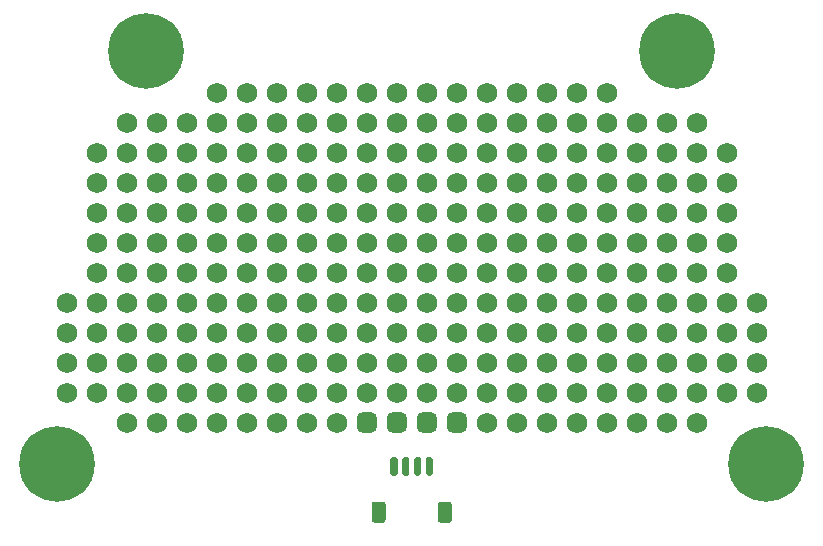
<source format=gts>
G04 #@! TF.GenerationSoftware,KiCad,Pcbnew,(6.0.5-0)*
G04 #@! TF.CreationDate,2022-07-08T12:27:37+02:00*
G04 #@! TF.ProjectId,add-on-template,6164642d-6f6e-42d7-9465-6d706c617465,1.0*
G04 #@! TF.SameCoordinates,PX3938700PY2aea540*
G04 #@! TF.FileFunction,Soldermask,Top*
G04 #@! TF.FilePolarity,Negative*
%FSLAX46Y46*%
G04 Gerber Fmt 4.6, Leading zero omitted, Abs format (unit mm)*
G04 Created by KiCad (PCBNEW (6.0.5-0)) date 2022-07-08 12:27:37*
%MOMM*%
%LPD*%
G01*
G04 APERTURE LIST*
%ADD10C,1.727200*%
%ADD11C,0.800000*%
%ADD12C,6.400000*%
G04 APERTURE END LIST*
D10*
G04 #@! TO.C,REF\u002A\u002A*
X8330000Y-31390000D03*
G04 #@! TD*
G04 #@! TO.C,REF\u002A\u002A*
X21030000Y-18690000D03*
G04 #@! TD*
G04 #@! TO.C,REF\u002A\u002A*
X48970000Y-33930000D03*
G04 #@! TD*
G04 #@! TO.C,REF\u002A\u002A*
X10870000Y-28850000D03*
G04 #@! TD*
G04 #@! TO.C,REF\u002A\u002A*
X59130000Y-21230000D03*
G04 #@! TD*
G04 #@! TO.C,REF\u002A\u002A*
X26110000Y-31390000D03*
G04 #@! TD*
G04 #@! TO.C,REF\u002A\u002A*
X38810000Y-21230000D03*
G04 #@! TD*
G04 #@! TO.C,REF\u002A\u002A*
X36270000Y-33930000D03*
G04 #@! TD*
G04 #@! TO.C,REF\u002A\u002A*
X56590000Y-21230000D03*
G04 #@! TD*
G04 #@! TO.C,REF\u002A\u002A*
X41350000Y-21230000D03*
G04 #@! TD*
G04 #@! TO.C,REF\u002A\u002A*
X48970000Y-26310000D03*
G04 #@! TD*
G04 #@! TO.C,REF\u002A\u002A*
X38810000Y-13610000D03*
G04 #@! TD*
G04 #@! TO.C,REF\u002A\u002A*
X28650000Y-36470000D03*
G04 #@! TD*
G04 #@! TO.C,REF\u002A\u002A*
X54050000Y-13610000D03*
G04 #@! TD*
G04 #@! TO.C,REF\u002A\u002A*
X61670000Y-28850000D03*
G04 #@! TD*
G04 #@! TO.C,REF\u002A\u002A*
X28650000Y-28850000D03*
G04 #@! TD*
G04 #@! TO.C,REF\u002A\u002A*
X31190000Y-16150000D03*
G04 #@! TD*
G04 #@! TO.C,REF\u002A\u002A*
X23570000Y-8530000D03*
G04 #@! TD*
G04 #@! TO.C,REF\u002A\u002A*
X36270000Y-16150000D03*
G04 #@! TD*
G04 #@! TO.C,REF\u002A\u002A*
X23570000Y-36470000D03*
G04 #@! TD*
G04 #@! TO.C,REF\u002A\u002A*
X13410000Y-11070000D03*
G04 #@! TD*
G04 #@! TO.C,REF\u002A\u002A*
X28650000Y-23770000D03*
G04 #@! TD*
G04 #@! TO.C,REF\u002A\u002A*
X18490000Y-16150000D03*
G04 #@! TD*
G04 #@! TO.C,REF\u002A\u002A*
X41350000Y-28850000D03*
G04 #@! TD*
G04 #@! TO.C,REF\u002A\u002A*
X38810000Y-33930000D03*
G04 #@! TD*
G04 #@! TO.C,REF\u002A\u002A*
X31190000Y-23770000D03*
G04 #@! TD*
G04 #@! TO.C,REF\u002A\u002A*
X31190000Y-28850000D03*
G04 #@! TD*
G04 #@! TO.C,REF\u002A\u002A*
X38810000Y-8530000D03*
G04 #@! TD*
G04 #@! TO.C,REF\u002A\u002A*
X46430000Y-31390000D03*
G04 #@! TD*
G04 #@! TO.C,REF\u002A\u002A*
X48970000Y-36470000D03*
G04 #@! TD*
G04 #@! TO.C,REF\u002A\u002A*
X51510000Y-11070000D03*
G04 #@! TD*
G04 #@! TO.C,REF\u002A\u002A*
X31190000Y-8530000D03*
G04 #@! TD*
D11*
G04 #@! TO.C,REF\u002A\u002A*
X65000000Y-42400000D03*
X62600000Y-40000000D03*
X63302944Y-41697056D03*
D12*
X65000000Y-40000000D03*
D11*
X65000000Y-37600000D03*
X67400000Y-40000000D03*
X66697056Y-41697056D03*
X66697056Y-38302944D03*
X63302944Y-38302944D03*
G04 #@! TD*
D10*
G04 #@! TO.C,REF\u002A\u002A*
X33730000Y-21230000D03*
G04 #@! TD*
G04 #@! TO.C,REF\u002A\u002A*
X33730000Y-13610000D03*
G04 #@! TD*
G04 #@! TO.C,REF\u002A\u002A*
X64210000Y-31390000D03*
G04 #@! TD*
G04 #@! TO.C,REF\u002A\u002A*
X61670000Y-23770000D03*
G04 #@! TD*
G04 #@! TO.C,REF\u002A\u002A*
X56590000Y-18690000D03*
G04 #@! TD*
G04 #@! TO.C,REF\u002A\u002A*
X18490000Y-31390000D03*
G04 #@! TD*
G04 #@! TO.C,REF\u002A\u002A*
X18490000Y-23770000D03*
G04 #@! TD*
G04 #@! TO.C,J2*
G36*
G01*
X31615000Y-37320000D02*
X30765000Y-37320000D01*
G75*
G02*
X30340000Y-36895000I0J425000D01*
G01*
X30340000Y-36045000D01*
G75*
G02*
X30765000Y-35620000I425000J0D01*
G01*
X31615000Y-35620000D01*
G75*
G02*
X32040000Y-36045000I0J-425000D01*
G01*
X32040000Y-36895000D01*
G75*
G02*
X31615000Y-37320000I-425000J0D01*
G01*
G37*
G36*
G01*
X34155000Y-37320000D02*
X33305000Y-37320000D01*
G75*
G02*
X32880000Y-36895000I0J425000D01*
G01*
X32880000Y-36045000D01*
G75*
G02*
X33305000Y-35620000I425000J0D01*
G01*
X34155000Y-35620000D01*
G75*
G02*
X34580000Y-36045000I0J-425000D01*
G01*
X34580000Y-36895000D01*
G75*
G02*
X34155000Y-37320000I-425000J0D01*
G01*
G37*
G36*
G01*
X36695000Y-37320000D02*
X35845000Y-37320000D01*
G75*
G02*
X35420000Y-36895000I0J425000D01*
G01*
X35420000Y-36045000D01*
G75*
G02*
X35845000Y-35620000I425000J0D01*
G01*
X36695000Y-35620000D01*
G75*
G02*
X37120000Y-36045000I0J-425000D01*
G01*
X37120000Y-36895000D01*
G75*
G02*
X36695000Y-37320000I-425000J0D01*
G01*
G37*
G36*
G01*
X39235000Y-37320000D02*
X38385000Y-37320000D01*
G75*
G02*
X37960000Y-36895000I0J425000D01*
G01*
X37960000Y-36045000D01*
G75*
G02*
X38385000Y-35620000I425000J0D01*
G01*
X39235000Y-35620000D01*
G75*
G02*
X39660000Y-36045000I0J-425000D01*
G01*
X39660000Y-36895000D01*
G75*
G02*
X39235000Y-37320000I-425000J0D01*
G01*
G37*
G04 #@! TD*
G04 #@! TO.C,REF\u002A\u002A*
X8330000Y-33930000D03*
G04 #@! TD*
G04 #@! TO.C,REF\u002A\u002A*
X38810000Y-11070000D03*
G04 #@! TD*
G04 #@! TO.C,REF\u002A\u002A*
X23570000Y-26310000D03*
G04 #@! TD*
G04 #@! TO.C,REF\u002A\u002A*
X8330000Y-21230000D03*
G04 #@! TD*
G04 #@! TO.C,REF\u002A\u002A*
X26110000Y-8530000D03*
G04 #@! TD*
G04 #@! TO.C,REF\u002A\u002A*
X64210000Y-26310000D03*
G04 #@! TD*
G04 #@! TO.C,REF\u002A\u002A*
X43890000Y-23770000D03*
G04 #@! TD*
G04 #@! TO.C,REF\u002A\u002A*
X38810000Y-28850000D03*
G04 #@! TD*
G04 #@! TO.C,REF\u002A\u002A*
X36270000Y-13610000D03*
G04 #@! TD*
G04 #@! TO.C,REF\u002A\u002A*
X28650000Y-33930000D03*
G04 #@! TD*
G04 #@! TO.C,REF\u002A\u002A*
X31190000Y-31390000D03*
G04 #@! TD*
G04 #@! TO.C,REF\u002A\u002A*
X51510000Y-13610000D03*
G04 #@! TD*
G04 #@! TO.C,REF\u002A\u002A*
X38810000Y-18690000D03*
G04 #@! TD*
G04 #@! TO.C,REF\u002A\u002A*
X21030000Y-26310000D03*
G04 #@! TD*
G04 #@! TO.C,REF\u002A\u002A*
X10870000Y-16150000D03*
G04 #@! TD*
G04 #@! TO.C,REF\u002A\u002A*
X23570000Y-31390000D03*
G04 #@! TD*
G04 #@! TO.C,REF\u002A\u002A*
X48970000Y-13610000D03*
G04 #@! TD*
G04 #@! TO.C,REF\u002A\u002A*
X15950000Y-11070000D03*
G04 #@! TD*
G04 #@! TO.C,REF\u002A\u002A*
X56590000Y-23770000D03*
G04 #@! TD*
G04 #@! TO.C,REF\u002A\u002A*
X43890000Y-18690000D03*
G04 #@! TD*
G04 #@! TO.C,REF\u002A\u002A*
X18490000Y-13610000D03*
G04 #@! TD*
G04 #@! TO.C,REF\u002A\u002A*
X28650000Y-26310000D03*
G04 #@! TD*
G04 #@! TO.C,REF\u002A\u002A*
X61670000Y-26310000D03*
G04 #@! TD*
G04 #@! TO.C,REF\u002A\u002A*
X41350000Y-31390000D03*
G04 #@! TD*
G04 #@! TO.C,REF\u002A\u002A*
X61670000Y-18690000D03*
G04 #@! TD*
G04 #@! TO.C,REF\u002A\u002A*
X33730000Y-31390000D03*
G04 #@! TD*
G04 #@! TO.C,REF\u002A\u002A*
X56590000Y-13610000D03*
G04 #@! TD*
G04 #@! TO.C,REF\u002A\u002A*
X54050000Y-23770000D03*
G04 #@! TD*
G04 #@! TO.C,REF\u002A\u002A*
X33730000Y-11070000D03*
G04 #@! TD*
G04 #@! TO.C,REF\u002A\u002A*
X5790000Y-31390000D03*
G04 #@! TD*
G04 #@! TO.C,REF\u002A\u002A*
X8330000Y-16150000D03*
G04 #@! TD*
G04 #@! TO.C,REF\u002A\u002A*
X41350000Y-11070000D03*
G04 #@! TD*
G04 #@! TO.C,REF\u002A\u002A*
X13410000Y-18690000D03*
G04 #@! TD*
G04 #@! TO.C,REF\u002A\u002A*
X61670000Y-16150000D03*
G04 #@! TD*
G04 #@! TO.C,REF\u002A\u002A*
X31190000Y-33930000D03*
G04 #@! TD*
G04 #@! TO.C,REF\u002A\u002A*
X13410000Y-31390000D03*
G04 #@! TD*
G04 #@! TO.C,REF\u002A\u002A*
X51510000Y-21230000D03*
G04 #@! TD*
G04 #@! TO.C,REF\u002A\u002A*
X51510000Y-31390000D03*
G04 #@! TD*
G04 #@! TO.C,REF\u002A\u002A*
X21030000Y-21230000D03*
G04 #@! TD*
G04 #@! TO.C,REF\u002A\u002A*
X51510000Y-8530000D03*
G04 #@! TD*
G04 #@! TO.C,REF\u002A\u002A*
X51510000Y-16150000D03*
G04 #@! TD*
G04 #@! TO.C,REF\u002A\u002A*
X15950000Y-31390000D03*
G04 #@! TD*
G04 #@! TO.C,REF\u002A\u002A*
X18490000Y-18690000D03*
G04 #@! TD*
G04 #@! TO.C,REF\u002A\u002A*
X28650000Y-16150000D03*
G04 #@! TD*
G04 #@! TO.C,REF\u002A\u002A*
X23570000Y-16150000D03*
G04 #@! TD*
G04 #@! TO.C,REF\u002A\u002A*
X51510000Y-36470000D03*
G04 #@! TD*
G04 #@! TO.C,REF\u002A\u002A*
X10870000Y-11070000D03*
G04 #@! TD*
G04 #@! TO.C,REF\u002A\u002A*
X46430000Y-16150000D03*
G04 #@! TD*
G04 #@! TO.C,REF\u002A\u002A*
X38810000Y-16150000D03*
G04 #@! TD*
G04 #@! TO.C,REF\u002A\u002A*
X48970000Y-18690000D03*
G04 #@! TD*
G04 #@! TO.C,REF\u002A\u002A*
X43890000Y-26310000D03*
G04 #@! TD*
G04 #@! TO.C,REF\u002A\u002A*
X33730000Y-18690000D03*
G04 #@! TD*
G04 #@! TO.C,REF\u002A\u002A*
X46430000Y-8530000D03*
G04 #@! TD*
G04 #@! TO.C,REF\u002A\u002A*
X15950000Y-18690000D03*
G04 #@! TD*
D11*
G04 #@! TO.C,REF\u002A\u002A*
X59197056Y-3302944D03*
X59900000Y-5000000D03*
X55802944Y-3302944D03*
X57500000Y-7400000D03*
X57500000Y-2600000D03*
D12*
X57500000Y-5000000D03*
D11*
X55100000Y-5000000D03*
X59197056Y-6697056D03*
X55802944Y-6697056D03*
G04 #@! TD*
D10*
G04 #@! TO.C,REF\u002A\u002A*
X56590000Y-36470000D03*
G04 #@! TD*
G04 #@! TO.C,REF\u002A\u002A*
X33730000Y-8530000D03*
G04 #@! TD*
G04 #@! TO.C,REF\u002A\u002A*
X5790000Y-33930000D03*
G04 #@! TD*
G04 #@! TO.C,REF\u002A\u002A*
X36270000Y-31390000D03*
G04 #@! TD*
G04 #@! TO.C,REF\u002A\u002A*
X28650000Y-8530000D03*
G04 #@! TD*
G04 #@! TO.C,REF\u002A\u002A*
X48970000Y-28850000D03*
G04 #@! TD*
G04 #@! TO.C,REF\u002A\u002A*
X43890000Y-8530000D03*
G04 #@! TD*
G04 #@! TO.C,REF\u002A\u002A*
X54050000Y-21230000D03*
G04 #@! TD*
G04 #@! TO.C,REF\u002A\u002A*
X43890000Y-21230000D03*
G04 #@! TD*
G04 #@! TO.C,REF\u002A\u002A*
X48970000Y-8530000D03*
G04 #@! TD*
G04 #@! TO.C,REF\u002A\u002A*
X41350000Y-13610000D03*
G04 #@! TD*
G04 #@! TO.C,REF\u002A\u002A*
X43890000Y-31390000D03*
G04 #@! TD*
G04 #@! TO.C,REF\u002A\u002A*
X64210000Y-33930000D03*
G04 #@! TD*
G04 #@! TO.C,REF\u002A\u002A*
X54050000Y-18690000D03*
G04 #@! TD*
G04 #@! TO.C,REF\u002A\u002A*
X21030000Y-23770000D03*
G04 #@! TD*
G04 #@! TO.C,REF\u002A\u002A*
X21030000Y-31390000D03*
G04 #@! TD*
G04 #@! TO.C,REF\u002A\u002A*
X41350000Y-23770000D03*
G04 #@! TD*
G04 #@! TO.C,REF\u002A\u002A*
X33730000Y-28850000D03*
G04 #@! TD*
G04 #@! TO.C,REF\u002A\u002A*
X54050000Y-11070000D03*
G04 #@! TD*
G04 #@! TO.C,REF\u002A\u002A*
X28650000Y-18690000D03*
G04 #@! TD*
G04 #@! TO.C,REF\u002A\u002A*
X15950000Y-36470000D03*
G04 #@! TD*
G04 #@! TO.C,REF\u002A\u002A*
X10870000Y-33930000D03*
G04 #@! TD*
G04 #@! TO.C,REF\u002A\u002A*
X46430000Y-26310000D03*
G04 #@! TD*
G04 #@! TO.C,REF\u002A\u002A*
X61670000Y-33930000D03*
G04 #@! TD*
G04 #@! TO.C,REF\u002A\u002A*
X51510000Y-33930000D03*
G04 #@! TD*
G04 #@! TO.C,REF\u002A\u002A*
X8330000Y-26310000D03*
G04 #@! TD*
G04 #@! TO.C,REF\u002A\u002A*
X26110000Y-26310000D03*
G04 #@! TD*
G04 #@! TO.C,REF\u002A\u002A*
X8330000Y-23770000D03*
G04 #@! TD*
G04 #@! TO.C,REF\u002A\u002A*
X48970000Y-31390000D03*
G04 #@! TD*
G04 #@! TO.C,REF\u002A\u002A*
X41350000Y-8530000D03*
G04 #@! TD*
G04 #@! TO.C,REF\u002A\u002A*
X41350000Y-18690000D03*
G04 #@! TD*
G04 #@! TO.C,REF\u002A\u002A*
X26110000Y-33930000D03*
G04 #@! TD*
G04 #@! TO.C,REF\u002A\u002A*
X15950000Y-21230000D03*
G04 #@! TD*
G04 #@! TO.C,REF\u002A\u002A*
X48970000Y-16150000D03*
G04 #@! TD*
G04 #@! TO.C,REF\u002A\u002A*
X59130000Y-28850000D03*
G04 #@! TD*
G04 #@! TO.C,REF\u002A\u002A*
X13410000Y-28850000D03*
G04 #@! TD*
G04 #@! TO.C,REF\u002A\u002A*
X31190000Y-18690000D03*
G04 #@! TD*
G04 #@! TO.C,REF\u002A\u002A*
X48970000Y-23770000D03*
G04 #@! TD*
G04 #@! TO.C,REF\u002A\u002A*
X41350000Y-16150000D03*
G04 #@! TD*
G04 #@! TO.C,REF\u002A\u002A*
X46430000Y-28850000D03*
G04 #@! TD*
G04 #@! TO.C,REF\u002A\u002A*
X10870000Y-31390000D03*
G04 #@! TD*
G04 #@! TO.C,REF\u002A\u002A*
X46430000Y-33930000D03*
G04 #@! TD*
G04 #@! TO.C,REF\u002A\u002A*
X26110000Y-36470000D03*
G04 #@! TD*
G04 #@! TO.C,REF\u002A\u002A*
X18490000Y-26310000D03*
G04 #@! TD*
G04 #@! TO.C,REF\u002A\u002A*
X41350000Y-33930000D03*
G04 #@! TD*
G04 #@! TO.C,REF\u002A\u002A*
X54050000Y-33930000D03*
G04 #@! TD*
G04 #@! TO.C,REF\u002A\u002A*
X15950000Y-23770000D03*
G04 #@! TD*
G04 #@! TO.C,REF\u002A\u002A*
X46430000Y-18690000D03*
G04 #@! TD*
G04 #@! TO.C,REF\u002A\u002A*
X38810000Y-23770000D03*
G04 #@! TD*
G04 #@! TO.C,REF\u002A\u002A*
X26110000Y-21230000D03*
G04 #@! TD*
G04 #@! TO.C,REF\u002A\u002A*
X36270000Y-18690000D03*
G04 #@! TD*
D11*
G04 #@! TO.C,REF\u002A\u002A*
X5000000Y-42400000D03*
X3302944Y-41697056D03*
X7400000Y-40000000D03*
X6697056Y-41697056D03*
X3302944Y-38302944D03*
D12*
X5000000Y-40000000D03*
D11*
X2600000Y-40000000D03*
X6697056Y-38302944D03*
X5000000Y-37600000D03*
G04 #@! TD*
G04 #@! TO.C,REF\u002A\u002A*
X12500000Y-7400000D03*
X14197056Y-3302944D03*
X10100000Y-5000000D03*
X10802944Y-3302944D03*
X14900000Y-5000000D03*
D12*
X12500000Y-5000000D03*
D11*
X14197056Y-6697056D03*
X10802944Y-6697056D03*
X12500000Y-2600000D03*
G04 #@! TD*
D10*
G04 #@! TO.C,REF\u002A\u002A*
X59130000Y-33930000D03*
G04 #@! TD*
G04 #@! TO.C,J1*
G36*
G01*
X33200000Y-40810000D02*
X33200000Y-39560000D01*
G75*
G02*
X33350000Y-39410000I150000J0D01*
G01*
X33650000Y-39410000D01*
G75*
G02*
X33800000Y-39560000I0J-150000D01*
G01*
X33800000Y-40810000D01*
G75*
G02*
X33650000Y-40960000I-150000J0D01*
G01*
X33350000Y-40960000D01*
G75*
G02*
X33200000Y-40810000I0J150000D01*
G01*
G37*
G36*
G01*
X34200000Y-40810000D02*
X34200000Y-39560000D01*
G75*
G02*
X34350000Y-39410000I150000J0D01*
G01*
X34650000Y-39410000D01*
G75*
G02*
X34800000Y-39560000I0J-150000D01*
G01*
X34800000Y-40810000D01*
G75*
G02*
X34650000Y-40960000I-150000J0D01*
G01*
X34350000Y-40960000D01*
G75*
G02*
X34200000Y-40810000I0J150000D01*
G01*
G37*
G36*
G01*
X35200000Y-40810000D02*
X35200000Y-39560000D01*
G75*
G02*
X35350000Y-39410000I150000J0D01*
G01*
X35650000Y-39410000D01*
G75*
G02*
X35800000Y-39560000I0J-150000D01*
G01*
X35800000Y-40810000D01*
G75*
G02*
X35650000Y-40960000I-150000J0D01*
G01*
X35350000Y-40960000D01*
G75*
G02*
X35200000Y-40810000I0J150000D01*
G01*
G37*
G36*
G01*
X36200000Y-40810000D02*
X36200000Y-39560000D01*
G75*
G02*
X36350000Y-39410000I150000J0D01*
G01*
X36650000Y-39410000D01*
G75*
G02*
X36800000Y-39560000I0J-150000D01*
G01*
X36800000Y-40810000D01*
G75*
G02*
X36650000Y-40960000I-150000J0D01*
G01*
X36350000Y-40960000D01*
G75*
G02*
X36200000Y-40810000I0J150000D01*
G01*
G37*
G36*
G01*
X37200000Y-44710000D02*
X37200000Y-43410000D01*
G75*
G02*
X37450000Y-43160000I250000J0D01*
G01*
X38150000Y-43160000D01*
G75*
G02*
X38400000Y-43410000I0J-250000D01*
G01*
X38400000Y-44710000D01*
G75*
G02*
X38150000Y-44960000I-250000J0D01*
G01*
X37450000Y-44960000D01*
G75*
G02*
X37200000Y-44710000I0J250000D01*
G01*
G37*
G36*
G01*
X31600000Y-44710000D02*
X31600000Y-43410000D01*
G75*
G02*
X31850000Y-43160000I250000J0D01*
G01*
X32550000Y-43160000D01*
G75*
G02*
X32800000Y-43410000I0J-250000D01*
G01*
X32800000Y-44710000D01*
G75*
G02*
X32550000Y-44960000I-250000J0D01*
G01*
X31850000Y-44960000D01*
G75*
G02*
X31600000Y-44710000I0J250000D01*
G01*
G37*
G04 #@! TD*
G04 #@! TO.C,REF\u002A\u002A*
X21030000Y-28850000D03*
G04 #@! TD*
G04 #@! TO.C,REF\u002A\u002A*
X36270000Y-21230000D03*
G04 #@! TD*
G04 #@! TO.C,REF\u002A\u002A*
X13410000Y-26310000D03*
G04 #@! TD*
G04 #@! TO.C,REF\u002A\u002A*
X61670000Y-21230000D03*
G04 #@! TD*
G04 #@! TO.C,REF\u002A\u002A*
X18490000Y-8530000D03*
G04 #@! TD*
G04 #@! TO.C,REF\u002A\u002A*
X33730000Y-23770000D03*
G04 #@! TD*
G04 #@! TO.C,REF\u002A\u002A*
X59130000Y-23770000D03*
G04 #@! TD*
G04 #@! TO.C,REF\u002A\u002A*
X43890000Y-28850000D03*
G04 #@! TD*
G04 #@! TO.C,REF\u002A\u002A*
X33730000Y-26310000D03*
G04 #@! TD*
G04 #@! TO.C,REF\u002A\u002A*
X13410000Y-23770000D03*
G04 #@! TD*
G04 #@! TO.C,REF\u002A\u002A*
X46430000Y-23770000D03*
G04 #@! TD*
G04 #@! TO.C,REF\u002A\u002A*
X15950000Y-33930000D03*
G04 #@! TD*
G04 #@! TO.C,REF\u002A\u002A*
X21030000Y-13610000D03*
G04 #@! TD*
G04 #@! TO.C,REF\u002A\u002A*
X21030000Y-8530000D03*
G04 #@! TD*
G04 #@! TO.C,REF\u002A\u002A*
X18490000Y-11070000D03*
G04 #@! TD*
G04 #@! TO.C,REF\u002A\u002A*
X54050000Y-28850000D03*
G04 #@! TD*
G04 #@! TO.C,REF\u002A\u002A*
X21030000Y-16150000D03*
G04 #@! TD*
G04 #@! TO.C,REF\u002A\u002A*
X21030000Y-33930000D03*
G04 #@! TD*
G04 #@! TO.C,REF\u002A\u002A*
X8330000Y-13610000D03*
G04 #@! TD*
G04 #@! TO.C,REF\u002A\u002A*
X21030000Y-11070000D03*
G04 #@! TD*
G04 #@! TO.C,REF\u002A\u002A*
X43890000Y-36470000D03*
G04 #@! TD*
G04 #@! TO.C,REF\u002A\u002A*
X21030000Y-36470000D03*
G04 #@! TD*
G04 #@! TO.C,REF\u002A\u002A*
X26110000Y-11070000D03*
G04 #@! TD*
G04 #@! TO.C,REF\u002A\u002A*
X43890000Y-16150000D03*
G04 #@! TD*
G04 #@! TO.C,REF\u002A\u002A*
X28650000Y-13610000D03*
G04 #@! TD*
G04 #@! TO.C,REF\u002A\u002A*
X33730000Y-16150000D03*
G04 #@! TD*
G04 #@! TO.C,REF\u002A\u002A*
X36270000Y-8530000D03*
G04 #@! TD*
G04 #@! TO.C,REF\u002A\u002A*
X54050000Y-16150000D03*
G04 #@! TD*
G04 #@! TO.C,REF\u002A\u002A*
X59130000Y-36470000D03*
G04 #@! TD*
G04 #@! TO.C,REF\u002A\u002A*
X46430000Y-21230000D03*
G04 #@! TD*
G04 #@! TO.C,REF\u002A\u002A*
X10870000Y-23770000D03*
G04 #@! TD*
G04 #@! TO.C,REF\u002A\u002A*
X56590000Y-33930000D03*
G04 #@! TD*
G04 #@! TO.C,REF\u002A\u002A*
X26110000Y-28850000D03*
G04 #@! TD*
G04 #@! TO.C,REF\u002A\u002A*
X5790000Y-26310000D03*
G04 #@! TD*
G04 #@! TO.C,REF\u002A\u002A*
X41350000Y-26310000D03*
G04 #@! TD*
G04 #@! TO.C,REF\u002A\u002A*
X10870000Y-26310000D03*
G04 #@! TD*
G04 #@! TO.C,REF\u002A\u002A*
X43890000Y-13610000D03*
G04 #@! TD*
G04 #@! TO.C,REF\u002A\u002A*
X5790000Y-28850000D03*
G04 #@! TD*
G04 #@! TO.C,REF\u002A\u002A*
X54050000Y-31390000D03*
G04 #@! TD*
G04 #@! TO.C,REF\u002A\u002A*
X56590000Y-26310000D03*
G04 #@! TD*
G04 #@! TO.C,REF\u002A\u002A*
X13410000Y-21230000D03*
G04 #@! TD*
G04 #@! TO.C,REF\u002A\u002A*
X46430000Y-13610000D03*
G04 #@! TD*
G04 #@! TO.C,REF\u002A\u002A*
X36270000Y-11070000D03*
G04 #@! TD*
G04 #@! TO.C,REF\u002A\u002A*
X23570000Y-11070000D03*
G04 #@! TD*
G04 #@! TO.C,REF\u002A\u002A*
X13410000Y-13610000D03*
G04 #@! TD*
G04 #@! TO.C,REF\u002A\u002A*
X10870000Y-18690000D03*
G04 #@! TD*
G04 #@! TO.C,REF\u002A\u002A*
X54050000Y-36470000D03*
G04 #@! TD*
G04 #@! TO.C,REF\u002A\u002A*
X15950000Y-13610000D03*
G04 #@! TD*
G04 #@! TO.C,REF\u002A\u002A*
X43890000Y-33930000D03*
G04 #@! TD*
G04 #@! TO.C,REF\u002A\u002A*
X51510000Y-28850000D03*
G04 #@! TD*
G04 #@! TO.C,REF\u002A\u002A*
X26110000Y-16150000D03*
G04 #@! TD*
G04 #@! TO.C,REF\u002A\u002A*
X10870000Y-36470000D03*
G04 #@! TD*
G04 #@! TO.C,REF\u002A\u002A*
X18490000Y-28850000D03*
G04 #@! TD*
G04 #@! TO.C,REF\u002A\u002A*
X59130000Y-18690000D03*
G04 #@! TD*
G04 #@! TO.C,REF\u002A\u002A*
X26110000Y-13610000D03*
G04 #@! TD*
G04 #@! TO.C,REF\u002A\u002A*
X23570000Y-28850000D03*
G04 #@! TD*
G04 #@! TO.C,REF\u002A\u002A*
X26110000Y-23770000D03*
G04 #@! TD*
G04 #@! TO.C,REF\u002A\u002A*
X48970000Y-11070000D03*
G04 #@! TD*
G04 #@! TO.C,REF\u002A\u002A*
X56590000Y-28850000D03*
G04 #@! TD*
G04 #@! TO.C,REF\u002A\u002A*
X18490000Y-21230000D03*
G04 #@! TD*
G04 #@! TO.C,REF\u002A\u002A*
X15950000Y-16150000D03*
G04 #@! TD*
G04 #@! TO.C,REF\u002A\u002A*
X23570000Y-23770000D03*
G04 #@! TD*
G04 #@! TO.C,REF\u002A\u002A*
X51510000Y-18690000D03*
G04 #@! TD*
G04 #@! TO.C,REF\u002A\u002A*
X10870000Y-13610000D03*
G04 #@! TD*
G04 #@! TO.C,REF\u002A\u002A*
X23570000Y-18690000D03*
G04 #@! TD*
G04 #@! TO.C,REF\u002A\u002A*
X28650000Y-11070000D03*
G04 #@! TD*
G04 #@! TO.C,REF\u002A\u002A*
X59130000Y-26310000D03*
G04 #@! TD*
G04 #@! TO.C,REF\u002A\u002A*
X13410000Y-16150000D03*
G04 #@! TD*
G04 #@! TO.C,REF\u002A\u002A*
X59130000Y-16150000D03*
G04 #@! TD*
G04 #@! TO.C,REF\u002A\u002A*
X15950000Y-26310000D03*
G04 #@! TD*
G04 #@! TO.C,REF\u002A\u002A*
X51510000Y-23770000D03*
G04 #@! TD*
G04 #@! TO.C,REF\u002A\u002A*
X46430000Y-36470000D03*
G04 #@! TD*
G04 #@! TO.C,REF\u002A\u002A*
X59130000Y-31390000D03*
G04 #@! TD*
G04 #@! TO.C,REF\u002A\u002A*
X61670000Y-31390000D03*
G04 #@! TD*
G04 #@! TO.C,REF\u002A\u002A*
X26110000Y-18690000D03*
G04 #@! TD*
G04 #@! TO.C,REF\u002A\u002A*
X10870000Y-21230000D03*
G04 #@! TD*
G04 #@! TO.C,REF\u002A\u002A*
X59130000Y-13610000D03*
G04 #@! TD*
G04 #@! TO.C,REF\u002A\u002A*
X51510000Y-26310000D03*
G04 #@! TD*
G04 #@! TO.C,REF\u002A\u002A*
X43890000Y-11070000D03*
G04 #@! TD*
G04 #@! TO.C,REF\u002A\u002A*
X33730000Y-33930000D03*
G04 #@! TD*
G04 #@! TO.C,REF\u002A\u002A*
X31190000Y-26310000D03*
G04 #@! TD*
G04 #@! TO.C,REF\u002A\u002A*
X31190000Y-13610000D03*
G04 #@! TD*
G04 #@! TO.C,REF\u002A\u002A*
X46430000Y-11070000D03*
G04 #@! TD*
G04 #@! TO.C,REF\u002A\u002A*
X38810000Y-31390000D03*
G04 #@! TD*
G04 #@! TO.C,REF\u002A\u002A*
X41350000Y-36470000D03*
G04 #@! TD*
G04 #@! TO.C,REF\u002A\u002A*
X38810000Y-26310000D03*
G04 #@! TD*
G04 #@! TO.C,REF\u002A\u002A*
X13410000Y-36470000D03*
G04 #@! TD*
G04 #@! TO.C,REF\u002A\u002A*
X23570000Y-21230000D03*
G04 #@! TD*
G04 #@! TO.C,REF\u002A\u002A*
X54050000Y-26310000D03*
G04 #@! TD*
G04 #@! TO.C,REF\u002A\u002A*
X31190000Y-21230000D03*
G04 #@! TD*
G04 #@! TO.C,REF\u002A\u002A*
X36270000Y-23770000D03*
G04 #@! TD*
G04 #@! TO.C,REF\u002A\u002A*
X36270000Y-28850000D03*
G04 #@! TD*
G04 #@! TO.C,REF\u002A\u002A*
X15950000Y-28850000D03*
G04 #@! TD*
G04 #@! TO.C,REF\u002A\u002A*
X13410000Y-33930000D03*
G04 #@! TD*
G04 #@! TO.C,REF\u002A\u002A*
X59130000Y-11070000D03*
G04 #@! TD*
G04 #@! TO.C,REF\u002A\u002A*
X8330000Y-18690000D03*
G04 #@! TD*
G04 #@! TO.C,REF\u002A\u002A*
X28650000Y-31390000D03*
G04 #@! TD*
G04 #@! TO.C,REF\u002A\u002A*
X64210000Y-28850000D03*
G04 #@! TD*
G04 #@! TO.C,REF\u002A\u002A*
X8330000Y-28850000D03*
G04 #@! TD*
G04 #@! TO.C,REF\u002A\u002A*
X56590000Y-11070000D03*
G04 #@! TD*
G04 #@! TO.C,REF\u002A\u002A*
X36270000Y-26310000D03*
G04 #@! TD*
G04 #@! TO.C,REF\u002A\u002A*
X18490000Y-36470000D03*
G04 #@! TD*
G04 #@! TO.C,REF\u002A\u002A*
X23570000Y-13610000D03*
G04 #@! TD*
G04 #@! TO.C,REF\u002A\u002A*
X23570000Y-33930000D03*
G04 #@! TD*
G04 #@! TO.C,REF\u002A\u002A*
X48970000Y-21230000D03*
G04 #@! TD*
G04 #@! TO.C,REF\u002A\u002A*
X56590000Y-16150000D03*
G04 #@! TD*
G04 #@! TO.C,REF\u002A\u002A*
X61670000Y-13610000D03*
G04 #@! TD*
G04 #@! TO.C,REF\u002A\u002A*
X18490000Y-33930000D03*
G04 #@! TD*
G04 #@! TO.C,REF\u002A\u002A*
X31190000Y-11070000D03*
G04 #@! TD*
G04 #@! TO.C,REF\u002A\u002A*
X56590000Y-31390000D03*
G04 #@! TD*
G04 #@! TO.C,REF\u002A\u002A*
X28650000Y-21230000D03*
G04 #@! TD*
M02*

</source>
